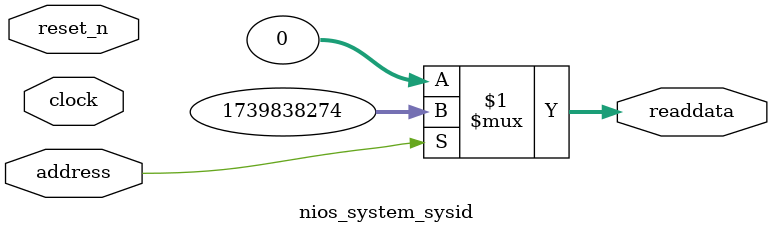
<source format=v>



// synthesis translate_off
`timescale 1ns / 1ps
// synthesis translate_on

// turn off superfluous verilog processor warnings 
// altera message_level Level1 
// altera message_off 10034 10035 10036 10037 10230 10240 10030 

module nios_system_sysid (
               // inputs:
                address,
                clock,
                reset_n,

               // outputs:
                readdata
             )
;

  output  [ 31: 0] readdata;
  input            address;
  input            clock;
  input            reset_n;

  wire    [ 31: 0] readdata;
  //control_slave, which is an e_avalon_slave
  assign readdata = address ? 1739838274 : 0;

endmodule



</source>
